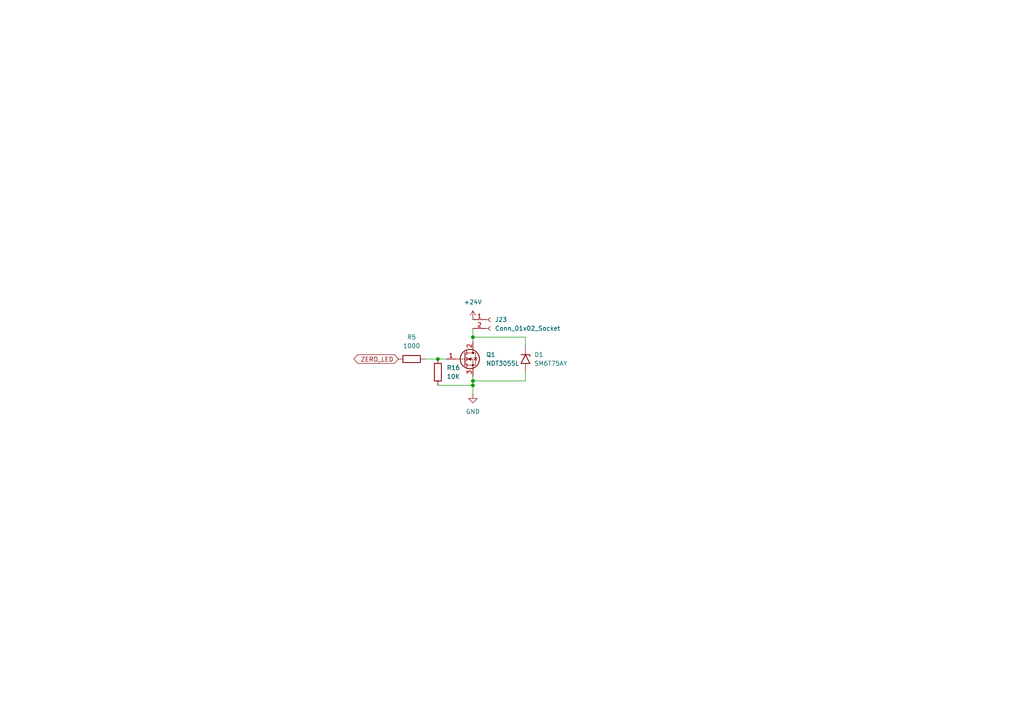
<source format=kicad_sch>
(kicad_sch (version 20250114) (generator "eeschema") (generator_version "9.0")
  (paper "A4")
  (lib_symbols
    (symbol "Connector:Conn_01x02_Socket" (pin_names (offset 1.016) (hide yes))
      (property "Reference" "J" (at 0 2.54 0))
      (property "Value" "Conn_01x02_Socket" (at 0 -5.08 0))
      (symbol "Conn_01x02_Socket_1_1"
        (polyline (pts (xy -1.27 0) (xy -0.508 0)) (stroke (width 0.1524)))
        (polyline (pts (xy -1.27 -2.54) (xy -0.508 -2.54)) (stroke (width 0.1524)))
        (arc (start 0 -0.508) (mid -0.5058 0) (end 0 0.508) (stroke (width 0.1524)))
        (arc (start 0 -3.048) (mid -0.5058 -2.54) (end 0 -2.032) (stroke (width 0.1524)))
        (pin passive line (at -5.08 0 0) (length 3.81) (name "Pin_1") (number "1"))
        (pin passive line (at -5.08 -2.54 0) (length 3.81) (name "Pin_2") (number "2"))
      )
    )
    (symbol "Device:R" (pin_numbers (hide yes)) (pin_names (offset 0))
      (property "Reference" "R" (at 2.032 0 90))
      (property "Value" "R" (at 0 0 90))
      (symbol "R_0_1"
        (rectangle (start -1.016 -2.54) (end 1.016 2.54) (stroke (width 0.254)))
      )
      (symbol "R_1_1"
        (pin passive line (at 0 3.81 270) (length 1.27) (name "~") (number "1"))
        (pin passive line (at 0 -3.81 90) (length 1.27) (name "~") (number "2"))
      )
    )
    (symbol "ISI-Diodes:SM6T75AY" (pin_numbers (hide yes)) (pin_names (offset 1.016) (hide yes))
      (property "Reference" "D" (at 0 2.54 0))
      (property "Value" "SM6T75AY" (at 0 -2.54 0))
      (symbol "SM6T75AY_0_1"
        (polyline (pts (xy -0.762 1.27) (xy -1.27 1.27) (xy -1.27 -1.27)) (stroke (width 0.254)))
        (polyline (pts (xy 1.27 1.27) (xy 1.27 -1.27) (xy -1.27 0) (xy 1.27 1.27)) (stroke (width 0.254)))
      )
      (symbol "SM6T75AY_1_1"
        (pin passive line (at -3.81 0 0) (length 2.54) (name "A1") (number "1"))
        (pin passive line (at 3.81 0 180) (length 2.54) (name "A2") (number "2"))
      )
    )
    (symbol "Transistor_FET:NDT3055L" (pin_names (hide yes))
      (property "Reference" "Q" (at 5.08 1.905 0))
      (property "Value" "NDT3055L" (at 5.08 0 0))
      (symbol "NDT3055L_0_1"
        (polyline (pts (xy 0.254 1.905) (xy 0.254 -1.905)) (stroke (width 0.254)))
        (polyline (pts (xy 0.254 0) (xy -2.54 0)))
        (polyline (pts (xy 0.762 2.286) (xy 0.762 1.27)) (stroke (width 0.254)))
        (polyline (pts (xy 0.762 0.508) (xy 0.762 -0.508)) (stroke (width 0.254)))
        (polyline (pts (xy 0.762 -1.27) (xy 0.762 -2.286)) (stroke (width 0.254)))
        (polyline (pts (xy 0.762 -1.778) (xy 3.302 -1.778) (xy 3.302 1.778) (xy 0.762 1.778)))
        (polyline (pts (xy 1.016 0) (xy 2.032 0.381) (xy 2.032 -0.381) (xy 1.016 0)) (fill (type outline)))
        (circle (center 1.651 0) (radius 2.794) (stroke (width 0.254)))
        (polyline (pts (xy 2.54 2.54) (xy 2.54 1.778)))
        (circle (center 2.54 1.778) (radius 0.254) (fill (type outline)))
        (circle (center 2.54 -1.778) (radius 0.254) (fill (type outline)))
        (polyline (pts (xy 2.54 -2.54) (xy 2.54 0) (xy 0.762 0)))
        (polyline (pts (xy 2.794 0.508) (xy 2.921 0.381) (xy 3.683 0.381) (xy 3.81 0.254)))
        (polyline (pts (xy 3.302 0.381) (xy 2.921 -0.254) (xy 3.683 -0.254) (xy 3.302 0.381)))
      )
      (symbol "NDT3055L_1_1"
        (pin input line (at -5.08 0 0) (length 2.54) (name "G") (number "1"))
        (pin passive line (at 2.54 5.08 270) (length 2.54) (name "D") (number "2"))
        (pin passive line (at 2.54 -5.08 90) (length 2.54) (name "S") (number "3"))
      )
    )
    (symbol "power:+24V" (power) (pin_numbers (hide yes)) (pin_names (offset 0) (hide yes))
      (property "Value" "+24V" (at 0 3.556 0))
      (symbol "+24V_0_1"
        (polyline (pts (xy -0.762 1.27) (xy 0 2.54)))
        (polyline (pts (xy 0 2.54) (xy 0.762 1.27)))
        (polyline (pts (xy 0 0) (xy 0 2.54)))
      )
      (symbol "+24V_1_1"
        (pin power_in line (at 0 0 90) (length 0) (name "~") (number "1"))
      )
    )
    (symbol "power:GND" (power) (pin_numbers (hide yes)) (pin_names (offset 0) (hide yes))
      (property "Value" "GND" (at 0 -3.81 0))
      (symbol "GND_0_1"
        (polyline (pts (xy 0 0) (xy 0 -1.27) (xy 1.27 -1.27) (xy 0 -2.54) (xy -1.27 -1.27) (xy 0 -1.27)))
      )
      (symbol "GND_1_1"
        (pin power_in line (at 0 0 270) (length 0) (name "~") (number "1"))
      )
    )
  )
  (junction (at 127 104.14))
  (junction (at 137.16 111.76))
  (junction (at 137.16 97.79))
  (junction (at 137.16 110.49))
  (wire (pts (xy 137.16 109.22) (xy 137.16 110.49)))
  (wire (pts (xy 137.16 111.76) (xy 137.16 114.3)))
  (wire (pts (xy 152.4 100.33) (xy 152.4 97.79)))
  (wire (pts (xy 137.16 110.49) (xy 152.4 110.49)))
  (wire (pts (xy 152.4 107.95) (xy 152.4 110.49)))
  (wire (pts (xy 137.16 97.79) (xy 152.4 97.79)))
  (wire (pts (xy 137.16 97.79) (xy 137.16 99.06)))
  (wire (pts (xy 123.19 104.14) (xy 127 104.14)))
  (wire (pts (xy 127 104.14) (xy 129.54 104.14)))
  (wire (pts (xy 137.16 95.25) (xy 137.16 97.79)))
  (wire (pts (xy 137.16 110.49) (xy 137.16 111.76)))
  (wire (pts (xy 127 111.76) (xy 137.16 111.76)))
  (global_label "ZERO_LED" (shape bidirectional) (at 115.57 104.14 180) (property "Intersheetrefs" "${INTERSHEET_REFS}" (effects (hide yes))))
  (symbol (lib_id "Connector:Conn_01x02_Socket") (at 142.24 92.71 0) (unit 1)
    (property "Reference" "J23" (at 143.51 92.7099 0) (effects (justify left)))
    (property "Value" "Conn_01x02_Socket" (at 143.51 95.2499 0) (effects (justify left)))
    (property "Footprint" "Connector_JST:JST_EH_B2B-EH-A_1x02_P2.50mm_Vertical" (effects (hide yes)))
    (property "Description" "Generic connector, single row, 01x02, script generated" (effects (hide yes)))
  )
  (symbol (lib_id "Transistor_FET:NDT3055L") (at 134.62 104.14 0) (unit 1)
    (property "Reference" "Q1" (at 140.97 102.8699 0) (effects (justify left)))
    (property "Value" "NDT3055L" (at 140.97 105.4099 0) (effects (justify left)))
    (property "Footprint" "Package_TO_SOT_SMD:SOT-223-3_TabPin2" (effects (hide yes)))
    (property "Datasheet" "https://www.onsemi.com/pdf/datasheet/ndt3055l-d.pdf" (effects (hide yes)))
    (property "Description" "4A Id, 60V Vds, N-Channel Logic Level Enhancement Mode MOSFET, SOT-223" (effects (hide yes)))
  )
  (symbol (lib_id "ISI-Diodes:SM6T75AY") (at 152.4 104.14 270) (unit 1)
    (property "Reference" "D1" (at 154.94 102.8699 90) (effects (justify left)))
    (property "Value" "SM6T75AY" (at 154.94 105.4099 90) (effects (justify left)))
    (property "Footprint" "ISI-Diodes:D_SMB_Handsoldering" (effects (hide yes)))
    (property "Datasheet" "https://www.mouser.be/datasheet/2/389/sm6t10ay-2956119.pdf" (effects (hide yes)))
    (property "Description" "Diodes de protection ESD / diodes TVS 600 W 4kW Transil 6V to 70V Uni  DO-214AA-2; SMB" (effects (hide yes)))
  )
  (symbol (lib_id "Device:R") (at 119.38 104.14 90) (unit 1)
    (property "Reference" "R5" (at 119.38 97.79 90))
    (property "Value" "1000" (at 119.38 100.33 90))
    (property "Footprint" "Resistor_SMD:R_1206_3216Metric" (effects (hide yes)))
    (property "Description" "Resistor" (effects (hide yes)))
  )
  (symbol (lib_id "Device:R") (at 127 107.95 0) (unit 1)
    (property "Reference" "R16" (at 129.54 106.6799 0) (effects (justify left)))
    (property "Value" "10K" (at 129.54 109.2199 0) (effects (justify left)))
    (property "Footprint" "Resistor_SMD:R_1206_3216Metric" (effects (hide yes)))
    (property "Description" "Resistor" (effects (hide yes)))
  )
  (symbol (lib_id "power:GND") (at 137.16 114.3 0) (unit 1)
    (property "Reference" "#PWR054" (effects (hide yes)))
    (property "Value" "GND" (at 137.16 119.38 0))
    (property "Description" "Power symbol creates a global label with name \"GND\" , ground" (effects (hide yes)))
  )
  (symbol (lib_id "power:+24V") (at 137.16 92.71 0) (unit 1)
    (property "Reference" "#PWR053" (effects (hide yes)))
    (property "Value" "+24V" (at 137.16 87.63 0))
    (property "Description" "Power symbol creates a global label with name \"+24V\"" (effects (hide yes)))
  )
)
</source>
